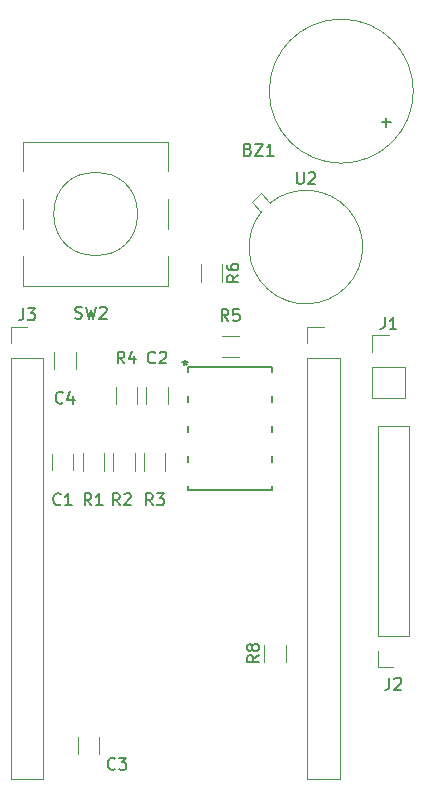
<source format=gbr>
%TF.GenerationSoftware,KiCad,Pcbnew,9.0.4*%
%TF.CreationDate,2026-01-06T17:14:03+01:00*%
%TF.ProjectId,Ampli_capteur_gaz,416d706c-695f-4636-9170-746575725f67,rev?*%
%TF.SameCoordinates,Original*%
%TF.FileFunction,Legend,Top*%
%TF.FilePolarity,Positive*%
%FSLAX46Y46*%
G04 Gerber Fmt 4.6, Leading zero omitted, Abs format (unit mm)*
G04 Created by KiCad (PCBNEW 9.0.4) date 2026-01-06 17:14:03*
%MOMM*%
%LPD*%
G01*
G04 APERTURE LIST*
%ADD10C,0.150000*%
%ADD11C,0.120000*%
%ADD12C,0.152400*%
G04 APERTURE END LIST*
D10*
X163066666Y-44194819D02*
X163066666Y-44909104D01*
X163066666Y-44909104D02*
X163019047Y-45051961D01*
X163019047Y-45051961D02*
X162923809Y-45147200D01*
X162923809Y-45147200D02*
X162780952Y-45194819D01*
X162780952Y-45194819D02*
X162685714Y-45194819D01*
X163447619Y-44194819D02*
X164066666Y-44194819D01*
X164066666Y-44194819D02*
X163733333Y-44575771D01*
X163733333Y-44575771D02*
X163876190Y-44575771D01*
X163876190Y-44575771D02*
X163971428Y-44623390D01*
X163971428Y-44623390D02*
X164019047Y-44671009D01*
X164019047Y-44671009D02*
X164066666Y-44766247D01*
X164066666Y-44766247D02*
X164066666Y-45004342D01*
X164066666Y-45004342D02*
X164019047Y-45099580D01*
X164019047Y-45099580D02*
X163971428Y-45147200D01*
X163971428Y-45147200D02*
X163876190Y-45194819D01*
X163876190Y-45194819D02*
X163590476Y-45194819D01*
X163590476Y-45194819D02*
X163495238Y-45147200D01*
X163495238Y-45147200D02*
X163447619Y-45099580D01*
X181284819Y-41366666D02*
X180808628Y-41699999D01*
X181284819Y-41938094D02*
X180284819Y-41938094D01*
X180284819Y-41938094D02*
X180284819Y-41557142D01*
X180284819Y-41557142D02*
X180332438Y-41461904D01*
X180332438Y-41461904D02*
X180380057Y-41414285D01*
X180380057Y-41414285D02*
X180475295Y-41366666D01*
X180475295Y-41366666D02*
X180618152Y-41366666D01*
X180618152Y-41366666D02*
X180713390Y-41414285D01*
X180713390Y-41414285D02*
X180761009Y-41461904D01*
X180761009Y-41461904D02*
X180808628Y-41557142D01*
X180808628Y-41557142D02*
X180808628Y-41938094D01*
X180284819Y-40509523D02*
X180284819Y-40699999D01*
X180284819Y-40699999D02*
X180332438Y-40795237D01*
X180332438Y-40795237D02*
X180380057Y-40842856D01*
X180380057Y-40842856D02*
X180522914Y-40938094D01*
X180522914Y-40938094D02*
X180713390Y-40985713D01*
X180713390Y-40985713D02*
X181094342Y-40985713D01*
X181094342Y-40985713D02*
X181189580Y-40938094D01*
X181189580Y-40938094D02*
X181237200Y-40890475D01*
X181237200Y-40890475D02*
X181284819Y-40795237D01*
X181284819Y-40795237D02*
X181284819Y-40604761D01*
X181284819Y-40604761D02*
X181237200Y-40509523D01*
X181237200Y-40509523D02*
X181189580Y-40461904D01*
X181189580Y-40461904D02*
X181094342Y-40414285D01*
X181094342Y-40414285D02*
X180856247Y-40414285D01*
X180856247Y-40414285D02*
X180761009Y-40461904D01*
X180761009Y-40461904D02*
X180713390Y-40509523D01*
X180713390Y-40509523D02*
X180665771Y-40604761D01*
X180665771Y-40604761D02*
X180665771Y-40795237D01*
X180665771Y-40795237D02*
X180713390Y-40890475D01*
X180713390Y-40890475D02*
X180761009Y-40938094D01*
X180761009Y-40938094D02*
X180856247Y-40985713D01*
X166233333Y-60759580D02*
X166185714Y-60807200D01*
X166185714Y-60807200D02*
X166042857Y-60854819D01*
X166042857Y-60854819D02*
X165947619Y-60854819D01*
X165947619Y-60854819D02*
X165804762Y-60807200D01*
X165804762Y-60807200D02*
X165709524Y-60711961D01*
X165709524Y-60711961D02*
X165661905Y-60616723D01*
X165661905Y-60616723D02*
X165614286Y-60426247D01*
X165614286Y-60426247D02*
X165614286Y-60283390D01*
X165614286Y-60283390D02*
X165661905Y-60092914D01*
X165661905Y-60092914D02*
X165709524Y-59997676D01*
X165709524Y-59997676D02*
X165804762Y-59902438D01*
X165804762Y-59902438D02*
X165947619Y-59854819D01*
X165947619Y-59854819D02*
X166042857Y-59854819D01*
X166042857Y-59854819D02*
X166185714Y-59902438D01*
X166185714Y-59902438D02*
X166233333Y-59950057D01*
X167185714Y-60854819D02*
X166614286Y-60854819D01*
X166900000Y-60854819D02*
X166900000Y-59854819D01*
X166900000Y-59854819D02*
X166804762Y-59997676D01*
X166804762Y-59997676D02*
X166709524Y-60092914D01*
X166709524Y-60092914D02*
X166614286Y-60140533D01*
X166433333Y-52159580D02*
X166385714Y-52207200D01*
X166385714Y-52207200D02*
X166242857Y-52254819D01*
X166242857Y-52254819D02*
X166147619Y-52254819D01*
X166147619Y-52254819D02*
X166004762Y-52207200D01*
X166004762Y-52207200D02*
X165909524Y-52111961D01*
X165909524Y-52111961D02*
X165861905Y-52016723D01*
X165861905Y-52016723D02*
X165814286Y-51826247D01*
X165814286Y-51826247D02*
X165814286Y-51683390D01*
X165814286Y-51683390D02*
X165861905Y-51492914D01*
X165861905Y-51492914D02*
X165909524Y-51397676D01*
X165909524Y-51397676D02*
X166004762Y-51302438D01*
X166004762Y-51302438D02*
X166147619Y-51254819D01*
X166147619Y-51254819D02*
X166242857Y-51254819D01*
X166242857Y-51254819D02*
X166385714Y-51302438D01*
X166385714Y-51302438D02*
X166433333Y-51350057D01*
X167290476Y-51588152D02*
X167290476Y-52254819D01*
X167052381Y-51207200D02*
X166814286Y-51921485D01*
X166814286Y-51921485D02*
X167433333Y-51921485D01*
X171633333Y-48854819D02*
X171300000Y-48378628D01*
X171061905Y-48854819D02*
X171061905Y-47854819D01*
X171061905Y-47854819D02*
X171442857Y-47854819D01*
X171442857Y-47854819D02*
X171538095Y-47902438D01*
X171538095Y-47902438D02*
X171585714Y-47950057D01*
X171585714Y-47950057D02*
X171633333Y-48045295D01*
X171633333Y-48045295D02*
X171633333Y-48188152D01*
X171633333Y-48188152D02*
X171585714Y-48283390D01*
X171585714Y-48283390D02*
X171538095Y-48331009D01*
X171538095Y-48331009D02*
X171442857Y-48378628D01*
X171442857Y-48378628D02*
X171061905Y-48378628D01*
X172490476Y-48188152D02*
X172490476Y-48854819D01*
X172252381Y-47807200D02*
X172014286Y-48521485D01*
X172014286Y-48521485D02*
X172633333Y-48521485D01*
X186238095Y-32644819D02*
X186238095Y-33454342D01*
X186238095Y-33454342D02*
X186285714Y-33549580D01*
X186285714Y-33549580D02*
X186333333Y-33597200D01*
X186333333Y-33597200D02*
X186428571Y-33644819D01*
X186428571Y-33644819D02*
X186619047Y-33644819D01*
X186619047Y-33644819D02*
X186714285Y-33597200D01*
X186714285Y-33597200D02*
X186761904Y-33549580D01*
X186761904Y-33549580D02*
X186809523Y-33454342D01*
X186809523Y-33454342D02*
X186809523Y-32644819D01*
X187238095Y-32740057D02*
X187285714Y-32692438D01*
X187285714Y-32692438D02*
X187380952Y-32644819D01*
X187380952Y-32644819D02*
X187619047Y-32644819D01*
X187619047Y-32644819D02*
X187714285Y-32692438D01*
X187714285Y-32692438D02*
X187761904Y-32740057D01*
X187761904Y-32740057D02*
X187809523Y-32835295D01*
X187809523Y-32835295D02*
X187809523Y-32930533D01*
X187809523Y-32930533D02*
X187761904Y-33073390D01*
X187761904Y-33073390D02*
X187190476Y-33644819D01*
X187190476Y-33644819D02*
X187809523Y-33644819D01*
X167466667Y-45007200D02*
X167609524Y-45054819D01*
X167609524Y-45054819D02*
X167847619Y-45054819D01*
X167847619Y-45054819D02*
X167942857Y-45007200D01*
X167942857Y-45007200D02*
X167990476Y-44959580D01*
X167990476Y-44959580D02*
X168038095Y-44864342D01*
X168038095Y-44864342D02*
X168038095Y-44769104D01*
X168038095Y-44769104D02*
X167990476Y-44673866D01*
X167990476Y-44673866D02*
X167942857Y-44626247D01*
X167942857Y-44626247D02*
X167847619Y-44578628D01*
X167847619Y-44578628D02*
X167657143Y-44531009D01*
X167657143Y-44531009D02*
X167561905Y-44483390D01*
X167561905Y-44483390D02*
X167514286Y-44435771D01*
X167514286Y-44435771D02*
X167466667Y-44340533D01*
X167466667Y-44340533D02*
X167466667Y-44245295D01*
X167466667Y-44245295D02*
X167514286Y-44150057D01*
X167514286Y-44150057D02*
X167561905Y-44102438D01*
X167561905Y-44102438D02*
X167657143Y-44054819D01*
X167657143Y-44054819D02*
X167895238Y-44054819D01*
X167895238Y-44054819D02*
X168038095Y-44102438D01*
X168371429Y-44054819D02*
X168609524Y-45054819D01*
X168609524Y-45054819D02*
X168800000Y-44340533D01*
X168800000Y-44340533D02*
X168990476Y-45054819D01*
X168990476Y-45054819D02*
X169228572Y-44054819D01*
X169561905Y-44150057D02*
X169609524Y-44102438D01*
X169609524Y-44102438D02*
X169704762Y-44054819D01*
X169704762Y-44054819D02*
X169942857Y-44054819D01*
X169942857Y-44054819D02*
X170038095Y-44102438D01*
X170038095Y-44102438D02*
X170085714Y-44150057D01*
X170085714Y-44150057D02*
X170133333Y-44245295D01*
X170133333Y-44245295D02*
X170133333Y-44340533D01*
X170133333Y-44340533D02*
X170085714Y-44483390D01*
X170085714Y-44483390D02*
X169514286Y-45054819D01*
X169514286Y-45054819D02*
X170133333Y-45054819D01*
X174033333Y-60854819D02*
X173700000Y-60378628D01*
X173461905Y-60854819D02*
X173461905Y-59854819D01*
X173461905Y-59854819D02*
X173842857Y-59854819D01*
X173842857Y-59854819D02*
X173938095Y-59902438D01*
X173938095Y-59902438D02*
X173985714Y-59950057D01*
X173985714Y-59950057D02*
X174033333Y-60045295D01*
X174033333Y-60045295D02*
X174033333Y-60188152D01*
X174033333Y-60188152D02*
X173985714Y-60283390D01*
X173985714Y-60283390D02*
X173938095Y-60331009D01*
X173938095Y-60331009D02*
X173842857Y-60378628D01*
X173842857Y-60378628D02*
X173461905Y-60378628D01*
X174366667Y-59854819D02*
X174985714Y-59854819D01*
X174985714Y-59854819D02*
X174652381Y-60235771D01*
X174652381Y-60235771D02*
X174795238Y-60235771D01*
X174795238Y-60235771D02*
X174890476Y-60283390D01*
X174890476Y-60283390D02*
X174938095Y-60331009D01*
X174938095Y-60331009D02*
X174985714Y-60426247D01*
X174985714Y-60426247D02*
X174985714Y-60664342D01*
X174985714Y-60664342D02*
X174938095Y-60759580D01*
X174938095Y-60759580D02*
X174890476Y-60807200D01*
X174890476Y-60807200D02*
X174795238Y-60854819D01*
X174795238Y-60854819D02*
X174509524Y-60854819D01*
X174509524Y-60854819D02*
X174414286Y-60807200D01*
X174414286Y-60807200D02*
X174366667Y-60759580D01*
X171233333Y-60854819D02*
X170900000Y-60378628D01*
X170661905Y-60854819D02*
X170661905Y-59854819D01*
X170661905Y-59854819D02*
X171042857Y-59854819D01*
X171042857Y-59854819D02*
X171138095Y-59902438D01*
X171138095Y-59902438D02*
X171185714Y-59950057D01*
X171185714Y-59950057D02*
X171233333Y-60045295D01*
X171233333Y-60045295D02*
X171233333Y-60188152D01*
X171233333Y-60188152D02*
X171185714Y-60283390D01*
X171185714Y-60283390D02*
X171138095Y-60331009D01*
X171138095Y-60331009D02*
X171042857Y-60378628D01*
X171042857Y-60378628D02*
X170661905Y-60378628D01*
X171614286Y-59950057D02*
X171661905Y-59902438D01*
X171661905Y-59902438D02*
X171757143Y-59854819D01*
X171757143Y-59854819D02*
X171995238Y-59854819D01*
X171995238Y-59854819D02*
X172090476Y-59902438D01*
X172090476Y-59902438D02*
X172138095Y-59950057D01*
X172138095Y-59950057D02*
X172185714Y-60045295D01*
X172185714Y-60045295D02*
X172185714Y-60140533D01*
X172185714Y-60140533D02*
X172138095Y-60283390D01*
X172138095Y-60283390D02*
X171566667Y-60854819D01*
X171566667Y-60854819D02*
X172185714Y-60854819D01*
X170833333Y-83159580D02*
X170785714Y-83207200D01*
X170785714Y-83207200D02*
X170642857Y-83254819D01*
X170642857Y-83254819D02*
X170547619Y-83254819D01*
X170547619Y-83254819D02*
X170404762Y-83207200D01*
X170404762Y-83207200D02*
X170309524Y-83111961D01*
X170309524Y-83111961D02*
X170261905Y-83016723D01*
X170261905Y-83016723D02*
X170214286Y-82826247D01*
X170214286Y-82826247D02*
X170214286Y-82683390D01*
X170214286Y-82683390D02*
X170261905Y-82492914D01*
X170261905Y-82492914D02*
X170309524Y-82397676D01*
X170309524Y-82397676D02*
X170404762Y-82302438D01*
X170404762Y-82302438D02*
X170547619Y-82254819D01*
X170547619Y-82254819D02*
X170642857Y-82254819D01*
X170642857Y-82254819D02*
X170785714Y-82302438D01*
X170785714Y-82302438D02*
X170833333Y-82350057D01*
X171166667Y-82254819D02*
X171785714Y-82254819D01*
X171785714Y-82254819D02*
X171452381Y-82635771D01*
X171452381Y-82635771D02*
X171595238Y-82635771D01*
X171595238Y-82635771D02*
X171690476Y-82683390D01*
X171690476Y-82683390D02*
X171738095Y-82731009D01*
X171738095Y-82731009D02*
X171785714Y-82826247D01*
X171785714Y-82826247D02*
X171785714Y-83064342D01*
X171785714Y-83064342D02*
X171738095Y-83159580D01*
X171738095Y-83159580D02*
X171690476Y-83207200D01*
X171690476Y-83207200D02*
X171595238Y-83254819D01*
X171595238Y-83254819D02*
X171309524Y-83254819D01*
X171309524Y-83254819D02*
X171214286Y-83207200D01*
X171214286Y-83207200D02*
X171166667Y-83159580D01*
X183024819Y-73566666D02*
X182548628Y-73899999D01*
X183024819Y-74138094D02*
X182024819Y-74138094D01*
X182024819Y-74138094D02*
X182024819Y-73757142D01*
X182024819Y-73757142D02*
X182072438Y-73661904D01*
X182072438Y-73661904D02*
X182120057Y-73614285D01*
X182120057Y-73614285D02*
X182215295Y-73566666D01*
X182215295Y-73566666D02*
X182358152Y-73566666D01*
X182358152Y-73566666D02*
X182453390Y-73614285D01*
X182453390Y-73614285D02*
X182501009Y-73661904D01*
X182501009Y-73661904D02*
X182548628Y-73757142D01*
X182548628Y-73757142D02*
X182548628Y-74138094D01*
X182453390Y-72995237D02*
X182405771Y-73090475D01*
X182405771Y-73090475D02*
X182358152Y-73138094D01*
X182358152Y-73138094D02*
X182262914Y-73185713D01*
X182262914Y-73185713D02*
X182215295Y-73185713D01*
X182215295Y-73185713D02*
X182120057Y-73138094D01*
X182120057Y-73138094D02*
X182072438Y-73090475D01*
X182072438Y-73090475D02*
X182024819Y-72995237D01*
X182024819Y-72995237D02*
X182024819Y-72804761D01*
X182024819Y-72804761D02*
X182072438Y-72709523D01*
X182072438Y-72709523D02*
X182120057Y-72661904D01*
X182120057Y-72661904D02*
X182215295Y-72614285D01*
X182215295Y-72614285D02*
X182262914Y-72614285D01*
X182262914Y-72614285D02*
X182358152Y-72661904D01*
X182358152Y-72661904D02*
X182405771Y-72709523D01*
X182405771Y-72709523D02*
X182453390Y-72804761D01*
X182453390Y-72804761D02*
X182453390Y-72995237D01*
X182453390Y-72995237D02*
X182501009Y-73090475D01*
X182501009Y-73090475D02*
X182548628Y-73138094D01*
X182548628Y-73138094D02*
X182643866Y-73185713D01*
X182643866Y-73185713D02*
X182834342Y-73185713D01*
X182834342Y-73185713D02*
X182929580Y-73138094D01*
X182929580Y-73138094D02*
X182977200Y-73090475D01*
X182977200Y-73090475D02*
X183024819Y-72995237D01*
X183024819Y-72995237D02*
X183024819Y-72804761D01*
X183024819Y-72804761D02*
X182977200Y-72709523D01*
X182977200Y-72709523D02*
X182929580Y-72661904D01*
X182929580Y-72661904D02*
X182834342Y-72614285D01*
X182834342Y-72614285D02*
X182643866Y-72614285D01*
X182643866Y-72614285D02*
X182548628Y-72661904D01*
X182548628Y-72661904D02*
X182501009Y-72709523D01*
X182501009Y-72709523D02*
X182453390Y-72804761D01*
X168833333Y-60854819D02*
X168500000Y-60378628D01*
X168261905Y-60854819D02*
X168261905Y-59854819D01*
X168261905Y-59854819D02*
X168642857Y-59854819D01*
X168642857Y-59854819D02*
X168738095Y-59902438D01*
X168738095Y-59902438D02*
X168785714Y-59950057D01*
X168785714Y-59950057D02*
X168833333Y-60045295D01*
X168833333Y-60045295D02*
X168833333Y-60188152D01*
X168833333Y-60188152D02*
X168785714Y-60283390D01*
X168785714Y-60283390D02*
X168738095Y-60331009D01*
X168738095Y-60331009D02*
X168642857Y-60378628D01*
X168642857Y-60378628D02*
X168261905Y-60378628D01*
X169785714Y-60854819D02*
X169214286Y-60854819D01*
X169500000Y-60854819D02*
X169500000Y-59854819D01*
X169500000Y-59854819D02*
X169404762Y-59997676D01*
X169404762Y-59997676D02*
X169309524Y-60092914D01*
X169309524Y-60092914D02*
X169214286Y-60140533D01*
X194066666Y-75464819D02*
X194066666Y-76179104D01*
X194066666Y-76179104D02*
X194019047Y-76321961D01*
X194019047Y-76321961D02*
X193923809Y-76417200D01*
X193923809Y-76417200D02*
X193780952Y-76464819D01*
X193780952Y-76464819D02*
X193685714Y-76464819D01*
X194495238Y-75560057D02*
X194542857Y-75512438D01*
X194542857Y-75512438D02*
X194638095Y-75464819D01*
X194638095Y-75464819D02*
X194876190Y-75464819D01*
X194876190Y-75464819D02*
X194971428Y-75512438D01*
X194971428Y-75512438D02*
X195019047Y-75560057D01*
X195019047Y-75560057D02*
X195066666Y-75655295D01*
X195066666Y-75655295D02*
X195066666Y-75750533D01*
X195066666Y-75750533D02*
X195019047Y-75893390D01*
X195019047Y-75893390D02*
X194447619Y-76464819D01*
X194447619Y-76464819D02*
X195066666Y-76464819D01*
X176790000Y-48584319D02*
X176790000Y-48822414D01*
X176551905Y-48727176D02*
X176790000Y-48822414D01*
X176790000Y-48822414D02*
X177028095Y-48727176D01*
X176647143Y-49012890D02*
X176790000Y-48822414D01*
X176790000Y-48822414D02*
X176932857Y-49012890D01*
X176790000Y-48584319D02*
X176790000Y-48822414D01*
X176551905Y-48727176D02*
X176790000Y-48822414D01*
X176790000Y-48822414D02*
X177028095Y-48727176D01*
X176647143Y-49012890D02*
X176790000Y-48822414D01*
X176790000Y-48822414D02*
X176932857Y-49012890D01*
X180433333Y-45254819D02*
X180100000Y-44778628D01*
X179861905Y-45254819D02*
X179861905Y-44254819D01*
X179861905Y-44254819D02*
X180242857Y-44254819D01*
X180242857Y-44254819D02*
X180338095Y-44302438D01*
X180338095Y-44302438D02*
X180385714Y-44350057D01*
X180385714Y-44350057D02*
X180433333Y-44445295D01*
X180433333Y-44445295D02*
X180433333Y-44588152D01*
X180433333Y-44588152D02*
X180385714Y-44683390D01*
X180385714Y-44683390D02*
X180338095Y-44731009D01*
X180338095Y-44731009D02*
X180242857Y-44778628D01*
X180242857Y-44778628D02*
X179861905Y-44778628D01*
X181338095Y-44254819D02*
X180861905Y-44254819D01*
X180861905Y-44254819D02*
X180814286Y-44731009D01*
X180814286Y-44731009D02*
X180861905Y-44683390D01*
X180861905Y-44683390D02*
X180957143Y-44635771D01*
X180957143Y-44635771D02*
X181195238Y-44635771D01*
X181195238Y-44635771D02*
X181290476Y-44683390D01*
X181290476Y-44683390D02*
X181338095Y-44731009D01*
X181338095Y-44731009D02*
X181385714Y-44826247D01*
X181385714Y-44826247D02*
X181385714Y-45064342D01*
X181385714Y-45064342D02*
X181338095Y-45159580D01*
X181338095Y-45159580D02*
X181290476Y-45207200D01*
X181290476Y-45207200D02*
X181195238Y-45254819D01*
X181195238Y-45254819D02*
X180957143Y-45254819D01*
X180957143Y-45254819D02*
X180861905Y-45207200D01*
X180861905Y-45207200D02*
X180814286Y-45159580D01*
X182119047Y-30731009D02*
X182261904Y-30778628D01*
X182261904Y-30778628D02*
X182309523Y-30826247D01*
X182309523Y-30826247D02*
X182357142Y-30921485D01*
X182357142Y-30921485D02*
X182357142Y-31064342D01*
X182357142Y-31064342D02*
X182309523Y-31159580D01*
X182309523Y-31159580D02*
X182261904Y-31207200D01*
X182261904Y-31207200D02*
X182166666Y-31254819D01*
X182166666Y-31254819D02*
X181785714Y-31254819D01*
X181785714Y-31254819D02*
X181785714Y-30254819D01*
X181785714Y-30254819D02*
X182119047Y-30254819D01*
X182119047Y-30254819D02*
X182214285Y-30302438D01*
X182214285Y-30302438D02*
X182261904Y-30350057D01*
X182261904Y-30350057D02*
X182309523Y-30445295D01*
X182309523Y-30445295D02*
X182309523Y-30540533D01*
X182309523Y-30540533D02*
X182261904Y-30635771D01*
X182261904Y-30635771D02*
X182214285Y-30683390D01*
X182214285Y-30683390D02*
X182119047Y-30731009D01*
X182119047Y-30731009D02*
X181785714Y-30731009D01*
X182690476Y-30254819D02*
X183357142Y-30254819D01*
X183357142Y-30254819D02*
X182690476Y-31254819D01*
X182690476Y-31254819D02*
X183357142Y-31254819D01*
X184261904Y-31254819D02*
X183690476Y-31254819D01*
X183976190Y-31254819D02*
X183976190Y-30254819D01*
X183976190Y-30254819D02*
X183880952Y-30397676D01*
X183880952Y-30397676D02*
X183785714Y-30492914D01*
X183785714Y-30492914D02*
X183690476Y-30540533D01*
X193429048Y-28413866D02*
X194190953Y-28413866D01*
X193810000Y-28794819D02*
X193810000Y-28032914D01*
X193666666Y-44934819D02*
X193666666Y-45649104D01*
X193666666Y-45649104D02*
X193619047Y-45791961D01*
X193619047Y-45791961D02*
X193523809Y-45887200D01*
X193523809Y-45887200D02*
X193380952Y-45934819D01*
X193380952Y-45934819D02*
X193285714Y-45934819D01*
X194666666Y-45934819D02*
X194095238Y-45934819D01*
X194380952Y-45934819D02*
X194380952Y-44934819D01*
X194380952Y-44934819D02*
X194285714Y-45077676D01*
X194285714Y-45077676D02*
X194190476Y-45172914D01*
X194190476Y-45172914D02*
X194095238Y-45220533D01*
X174233333Y-48759580D02*
X174185714Y-48807200D01*
X174185714Y-48807200D02*
X174042857Y-48854819D01*
X174042857Y-48854819D02*
X173947619Y-48854819D01*
X173947619Y-48854819D02*
X173804762Y-48807200D01*
X173804762Y-48807200D02*
X173709524Y-48711961D01*
X173709524Y-48711961D02*
X173661905Y-48616723D01*
X173661905Y-48616723D02*
X173614286Y-48426247D01*
X173614286Y-48426247D02*
X173614286Y-48283390D01*
X173614286Y-48283390D02*
X173661905Y-48092914D01*
X173661905Y-48092914D02*
X173709524Y-47997676D01*
X173709524Y-47997676D02*
X173804762Y-47902438D01*
X173804762Y-47902438D02*
X173947619Y-47854819D01*
X173947619Y-47854819D02*
X174042857Y-47854819D01*
X174042857Y-47854819D02*
X174185714Y-47902438D01*
X174185714Y-47902438D02*
X174233333Y-47950057D01*
X174614286Y-47950057D02*
X174661905Y-47902438D01*
X174661905Y-47902438D02*
X174757143Y-47854819D01*
X174757143Y-47854819D02*
X174995238Y-47854819D01*
X174995238Y-47854819D02*
X175090476Y-47902438D01*
X175090476Y-47902438D02*
X175138095Y-47950057D01*
X175138095Y-47950057D02*
X175185714Y-48045295D01*
X175185714Y-48045295D02*
X175185714Y-48140533D01*
X175185714Y-48140533D02*
X175138095Y-48283390D01*
X175138095Y-48283390D02*
X174566667Y-48854819D01*
X174566667Y-48854819D02*
X175185714Y-48854819D01*
D11*
%TO.C,J3*%
X162020000Y-45740000D02*
X163400000Y-45740000D01*
X162020000Y-47120000D02*
X162020000Y-45740000D01*
X162020000Y-48390000D02*
X162020000Y-84060000D01*
X162020000Y-48390000D02*
X164780000Y-48390000D01*
X162020000Y-84060000D02*
X164780000Y-84060000D01*
X164780000Y-48390000D02*
X164780000Y-84060000D01*
X187120000Y-45740000D02*
X188500000Y-45740000D01*
X187120000Y-47120000D02*
X187120000Y-45740000D01*
X187120000Y-48390000D02*
X187120000Y-84060000D01*
X187120000Y-48390000D02*
X189880000Y-48390000D01*
X187120000Y-84060000D02*
X189880000Y-84060000D01*
X189880000Y-48390000D02*
X189880000Y-84060000D01*
%TO.C,R6*%
X178090000Y-40472936D02*
X178090000Y-41927064D01*
X179910000Y-40472936D02*
X179910000Y-41927064D01*
%TO.C,C1*%
X165490000Y-56488748D02*
X165490000Y-57911252D01*
X167310000Y-56488748D02*
X167310000Y-57911252D01*
%TO.C,C4*%
X165690000Y-49311252D02*
X165690000Y-47888748D01*
X167510000Y-49311252D02*
X167510000Y-47888748D01*
%TO.C,R4*%
X170890000Y-50872936D02*
X170890000Y-52327064D01*
X172710000Y-50872936D02*
X172710000Y-52327064D01*
%TO.C,U2*%
X182425307Y-35188982D02*
X183238480Y-36002156D01*
X183188982Y-34425307D02*
X182425307Y-35188982D01*
X184002156Y-35238480D02*
X183188982Y-34425307D01*
X184002156Y-35238480D02*
G75*
G02*
X183238480Y-36002156I2997844J-3761520D01*
G01*
%TO.C,SW2*%
X163090000Y-30090000D02*
X163090000Y-32600000D01*
X163090000Y-30090000D02*
X175310000Y-30090000D01*
X163090000Y-34900000D02*
X163090000Y-37500000D01*
X163090000Y-39800000D02*
X163090000Y-42310000D01*
X175310000Y-30090000D02*
X175310000Y-32600000D01*
X175310000Y-34900000D02*
X175310000Y-37500000D01*
X175310000Y-39800000D02*
X175310000Y-42310000D01*
X175310000Y-42310000D02*
X163090000Y-42310000D01*
X172750000Y-36200000D02*
G75*
G02*
X165650000Y-36200000I-3550000J0D01*
G01*
X165650000Y-36200000D02*
G75*
G02*
X172750000Y-36200000I3550000J0D01*
G01*
%TO.C,R3*%
X173290000Y-56472936D02*
X173290000Y-57927064D01*
X175110000Y-56472936D02*
X175110000Y-57927064D01*
%TO.C,R2*%
X170690000Y-56472936D02*
X170690000Y-57927064D01*
X172510000Y-56472936D02*
X172510000Y-57927064D01*
%TO.C,C3*%
X167690000Y-81911252D02*
X167690000Y-80488748D01*
X169510000Y-81911252D02*
X169510000Y-80488748D01*
%TO.C,R8*%
X183490000Y-74127064D02*
X183490000Y-72672936D01*
X185310000Y-74127064D02*
X185310000Y-72672936D01*
%TO.C,R1*%
X168090000Y-57927064D02*
X168090000Y-56472936D01*
X169910000Y-57927064D02*
X169910000Y-56472936D01*
%TO.C,J2*%
X193070000Y-71970000D02*
X193070000Y-54130000D01*
X193070000Y-74570000D02*
X193070000Y-73240000D01*
X194400000Y-74570000D02*
X193070000Y-74570000D01*
X195730000Y-54130000D02*
X193070000Y-54130000D01*
X195730000Y-71970000D02*
X193070000Y-71970000D01*
X195730000Y-71970000D02*
X195730000Y-54130000D01*
D12*
%TO.C,U3*%
X177044000Y-49193000D02*
X177044000Y-49558760D01*
X177044000Y-51621240D02*
X177044000Y-52130530D01*
X177044000Y-54129470D02*
X177044000Y-54670530D01*
X177044000Y-56669470D02*
X177044000Y-57210530D01*
X177044000Y-59209470D02*
X177044000Y-59607000D01*
X177044000Y-59607000D02*
X184156000Y-59607000D01*
X184156000Y-49193000D02*
X177044000Y-49193000D01*
X184156000Y-49590530D02*
X184156000Y-49193000D01*
X184156000Y-52130530D02*
X184156000Y-51589470D01*
X184156000Y-54670530D02*
X184156000Y-54129470D01*
X184156000Y-57210530D02*
X184156000Y-56669470D01*
X184156000Y-59607000D02*
X184156000Y-59209470D01*
D11*
%TO.C,R5*%
X181327064Y-46490000D02*
X179872936Y-46490000D01*
X181327064Y-48310000D02*
X179872936Y-48310000D01*
%TO.C,BZ1*%
X196100000Y-25800000D02*
G75*
G02*
X183900000Y-25800000I-6100000J0D01*
G01*
X183900000Y-25800000D02*
G75*
G02*
X196100000Y-25800000I6100000J0D01*
G01*
%TO.C,J1*%
X192620000Y-46480000D02*
X194000000Y-46480000D01*
X192620000Y-47860000D02*
X192620000Y-46480000D01*
X192620000Y-49130000D02*
X192620000Y-51780000D01*
X192620000Y-49130000D02*
X195380000Y-49130000D01*
X192620000Y-51780000D02*
X195380000Y-51780000D01*
X195380000Y-49130000D02*
X195380000Y-51780000D01*
%TO.C,C2*%
X173490000Y-50888748D02*
X173490000Y-52311252D01*
X175310000Y-50888748D02*
X175310000Y-52311252D01*
%TD*%
M02*

</source>
